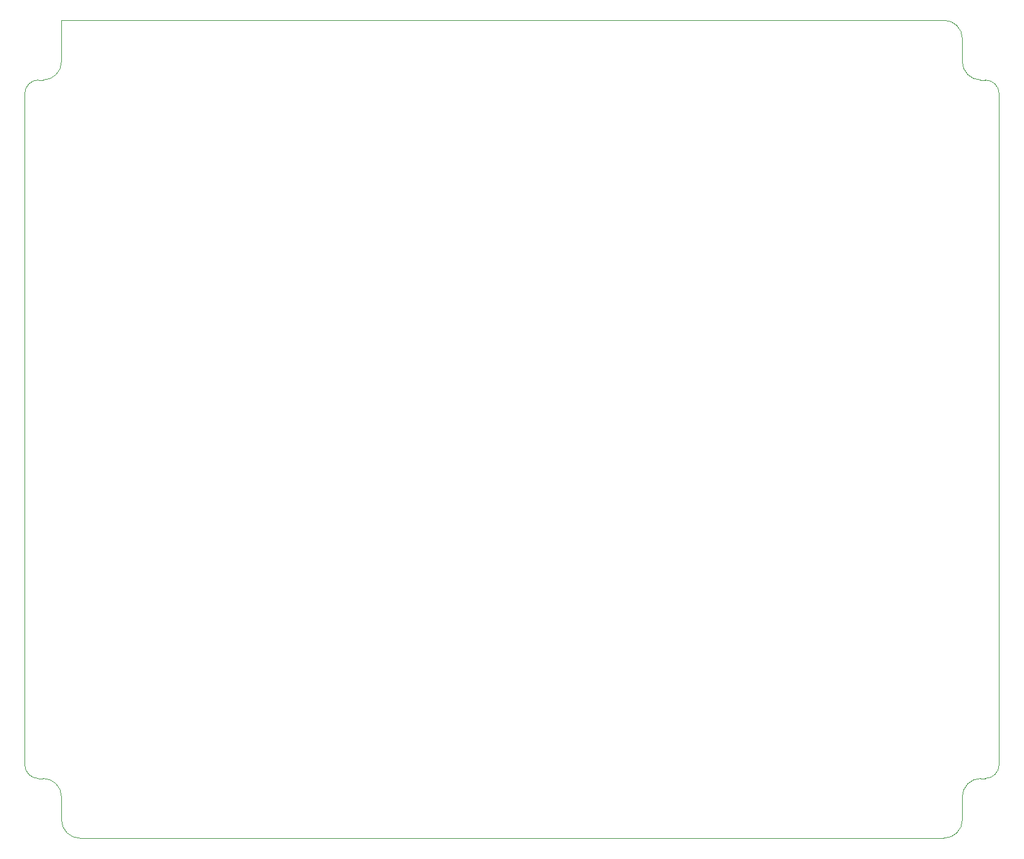
<source format=gm1>
G04 #@! TF.GenerationSoftware,KiCad,Pcbnew,6.0.5+dfsg-1~bpo11+1*
G04 #@! TF.CreationDate,2022-08-28T15:58:27+00:00*
G04 #@! TF.ProjectId,micro_pico,6d696372-6f5f-4706-9963-6f2e6b696361,0.1*
G04 #@! TF.SameCoordinates,Original*
G04 #@! TF.FileFunction,Profile,NP*
%FSLAX46Y46*%
G04 Gerber Fmt 4.6, Leading zero omitted, Abs format (unit mm)*
G04 Created by KiCad (PCBNEW 6.0.5+dfsg-1~bpo11+1) date 2022-08-28 15:58:27*
%MOMM*%
%LPD*%
G01*
G04 APERTURE LIST*
G04 #@! TA.AperFunction,Profile*
%ADD10C,0.050000*%
G04 #@! TD*
G04 #@! TA.AperFunction,Profile*
%ADD11C,0.100000*%
G04 #@! TD*
G04 APERTURE END LIST*
D10*
X205740001Y-135255001D02*
G75*
G03*
X203200001Y-137795001I-1J-2539999D01*
G01*
X78739999Y-140970001D02*
G75*
G03*
X81280001Y-143510001I2540001J1D01*
G01*
X75565001Y-38735001D02*
G75*
G03*
X73660001Y-40640001I-1J-1904999D01*
G01*
X200660001Y-143510001D02*
G75*
G03*
X203200001Y-140970001I-1J2540001D01*
G01*
X75565001Y-135255001D02*
X76200001Y-135255001D01*
X75565001Y-38735001D02*
X76200001Y-38735001D01*
X73659999Y-133350001D02*
G75*
G03*
X75565001Y-135255001I1905001J1D01*
G01*
X203200001Y-36195001D02*
X203200001Y-33020001D01*
X78740000Y-30480001D02*
X78740001Y-36195001D01*
X205740001Y-135255001D02*
X206375001Y-135255001D01*
X76200001Y-38735001D02*
G75*
G03*
X78740001Y-36195001I-1J2540001D01*
G01*
X78739999Y-137795001D02*
G75*
G03*
X76200001Y-135255001I-2539999J1D01*
G01*
X102870001Y-143510001D02*
X179070001Y-143510001D01*
X203199999Y-33020001D02*
G75*
G03*
X200660001Y-30480001I-2539999J1D01*
G01*
D11*
X81280001Y-143510001D02*
X102870001Y-143510001D01*
D10*
X203199999Y-36195001D02*
G75*
G03*
X205740001Y-38735001I2540001J1D01*
G01*
X208279999Y-40640001D02*
G75*
G03*
X206375001Y-38735001I-1904999J1D01*
G01*
X73660001Y-116840001D02*
X73660001Y-40640001D01*
X208280001Y-40640001D02*
X208280001Y-116840001D01*
D11*
X200660001Y-143510001D02*
X179070001Y-143510001D01*
D10*
X206375001Y-135255001D02*
G75*
G03*
X208280001Y-133350001I-1J1905001D01*
G01*
X78740000Y-30480001D02*
X200660001Y-30480001D01*
X78740001Y-137795001D02*
X78740001Y-140970001D01*
D11*
X73660001Y-133350001D02*
X73660001Y-116840001D01*
D10*
X203200001Y-140970001D02*
X203200001Y-137795001D01*
D11*
X208280001Y-133350001D02*
X208280001Y-116840001D01*
D10*
X205740001Y-38735001D02*
X206375001Y-38735001D01*
M02*

</source>
